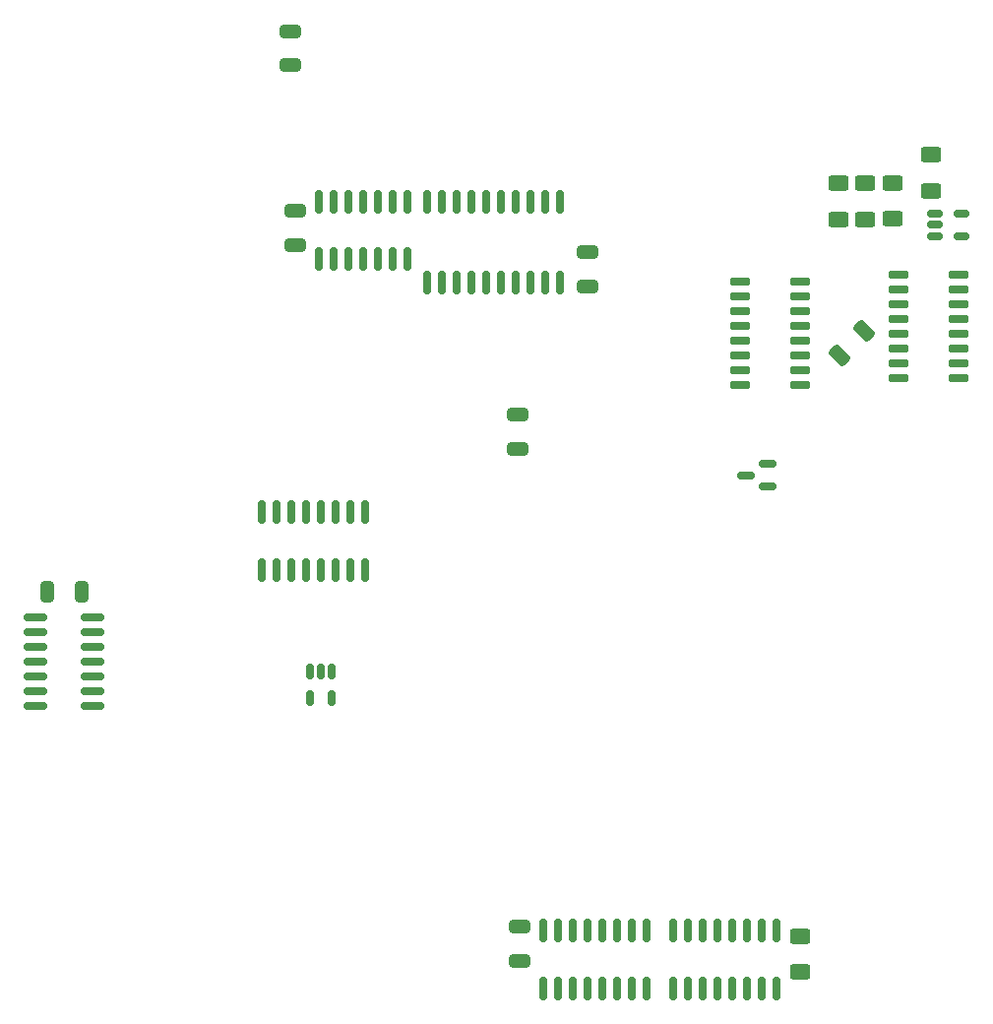
<source format=gbr>
%TF.GenerationSoftware,KiCad,Pcbnew,7.0.5-7.0.5~ubuntu20.04.1*%
%TF.CreationDate,2023-07-18T14:00:40+02:00*%
%TF.ProjectId,RAMROM_512k_board,52414d52-4f4d-45f3-9531-326b5f626f61,rev?*%
%TF.SameCoordinates,Original*%
%TF.FileFunction,Paste,Top*%
%TF.FilePolarity,Positive*%
%FSLAX46Y46*%
G04 Gerber Fmt 4.6, Leading zero omitted, Abs format (unit mm)*
G04 Created by KiCad (PCBNEW 7.0.5-7.0.5~ubuntu20.04.1) date 2023-07-18 14:00:40*
%MOMM*%
%LPD*%
G01*
G04 APERTURE LIST*
G04 Aperture macros list*
%AMRoundRect*
0 Rectangle with rounded corners*
0 $1 Rounding radius*
0 $2 $3 $4 $5 $6 $7 $8 $9 X,Y pos of 4 corners*
0 Add a 4 corners polygon primitive as box body*
4,1,4,$2,$3,$4,$5,$6,$7,$8,$9,$2,$3,0*
0 Add four circle primitives for the rounded corners*
1,1,$1+$1,$2,$3*
1,1,$1+$1,$4,$5*
1,1,$1+$1,$6,$7*
1,1,$1+$1,$8,$9*
0 Add four rect primitives between the rounded corners*
20,1,$1+$1,$2,$3,$4,$5,0*
20,1,$1+$1,$4,$5,$6,$7,0*
20,1,$1+$1,$6,$7,$8,$9,0*
20,1,$1+$1,$8,$9,$2,$3,0*%
G04 Aperture macros list end*
%ADD10RoundRect,0.150000X0.587500X0.150000X-0.587500X0.150000X-0.587500X-0.150000X0.587500X-0.150000X0*%
%ADD11RoundRect,0.250000X0.325000X0.650000X-0.325000X0.650000X-0.325000X-0.650000X0.325000X-0.650000X0*%
%ADD12RoundRect,0.250000X-0.650000X0.325000X-0.650000X-0.325000X0.650000X-0.325000X0.650000X0.325000X0*%
%ADD13RoundRect,0.250000X0.625000X-0.400000X0.625000X0.400000X-0.625000X0.400000X-0.625000X-0.400000X0*%
%ADD14RoundRect,0.150000X0.725000X0.150000X-0.725000X0.150000X-0.725000X-0.150000X0.725000X-0.150000X0*%
%ADD15RoundRect,0.150000X-0.150000X0.825000X-0.150000X-0.825000X0.150000X-0.825000X0.150000X0.825000X0*%
%ADD16RoundRect,0.150000X-0.512500X-0.150000X0.512500X-0.150000X0.512500X0.150000X-0.512500X0.150000X0*%
%ADD17RoundRect,0.150000X0.150000X-0.825000X0.150000X0.825000X-0.150000X0.825000X-0.150000X-0.825000X0*%
%ADD18RoundRect,0.150000X-0.150000X0.512500X-0.150000X-0.512500X0.150000X-0.512500X0.150000X0.512500X0*%
%ADD19RoundRect,0.250000X-0.229810X0.689429X-0.689429X0.229810X0.229810X-0.689429X0.689429X-0.229810X0*%
%ADD20RoundRect,0.250000X-0.625000X0.400000X-0.625000X-0.400000X0.625000X-0.400000X0.625000X0.400000X0*%
%ADD21RoundRect,0.150000X-0.825000X-0.150000X0.825000X-0.150000X0.825000X0.150000X-0.825000X0.150000X0*%
%ADD22RoundRect,0.150000X0.150000X-0.837500X0.150000X0.837500X-0.150000X0.837500X-0.150000X-0.837500X0*%
%ADD23RoundRect,0.150000X-0.725000X-0.150000X0.725000X-0.150000X0.725000X0.150000X-0.725000X0.150000X0*%
%ADD24RoundRect,0.250000X0.650000X-0.325000X0.650000X0.325000X-0.650000X0.325000X-0.650000X-0.325000X0*%
G04 APERTURE END LIST*
D10*
%TO.C,D2*%
X176705500Y-86675000D03*
X176705500Y-84775000D03*
X174830500Y-85725000D03*
%TD*%
D11*
%TO.C,C6*%
X117680000Y-95758000D03*
X114730000Y-95758000D03*
%TD*%
D12*
%TO.C,C10*%
X161213800Y-66544400D03*
X161213800Y-69494400D03*
%TD*%
D13*
%TO.C,R2*%
X179451000Y-128449000D03*
X179451000Y-125349000D03*
%TD*%
D14*
%TO.C,U6*%
X179482841Y-78005471D03*
X179482841Y-76735471D03*
X179482841Y-75465471D03*
X179482841Y-74195471D03*
X179482841Y-72925471D03*
X179482841Y-71655471D03*
X179482841Y-70385471D03*
X179482841Y-69115471D03*
X174332841Y-69115471D03*
X174332841Y-70385471D03*
X174332841Y-71655471D03*
X174332841Y-72925471D03*
X174332841Y-74195471D03*
X174332841Y-75465471D03*
X174332841Y-76735471D03*
X174332841Y-78005471D03*
%TD*%
D15*
%TO.C,U16*%
X177450000Y-124900400D03*
X176180000Y-124900400D03*
X174910000Y-124900400D03*
X173640000Y-124900400D03*
X172370000Y-124900400D03*
X171100000Y-124900400D03*
X169830000Y-124900400D03*
X168560000Y-124900400D03*
X168560000Y-129850400D03*
X169830000Y-129850400D03*
X171100000Y-129850400D03*
X172370000Y-129850400D03*
X173640000Y-129850400D03*
X174910000Y-129850400D03*
X176180000Y-129850400D03*
X177450000Y-129850400D03*
%TD*%
D16*
%TO.C,U8*%
X191125741Y-63261200D03*
X191125741Y-64211200D03*
X191125741Y-65161200D03*
X193400741Y-65161200D03*
X193400741Y-63261200D03*
%TD*%
D17*
%TO.C,U21*%
X138049000Y-67168800D03*
X139319000Y-67168800D03*
X140589000Y-67168800D03*
X141859000Y-67168800D03*
X143129000Y-67168800D03*
X144399000Y-67168800D03*
X145669000Y-67168800D03*
X145669000Y-62218800D03*
X144399000Y-62218800D03*
X143129000Y-62218800D03*
X141859000Y-62218800D03*
X140589000Y-62218800D03*
X139319000Y-62218800D03*
X138049000Y-62218800D03*
%TD*%
D12*
%TO.C,C4*%
X155168600Y-80492600D03*
X155168600Y-83442600D03*
%TD*%
D18*
%TO.C,U12*%
X139227600Y-102631800D03*
X138277600Y-102631800D03*
X137327600Y-102631800D03*
X137327600Y-104906800D03*
X139227600Y-104906800D03*
%TD*%
D15*
%TO.C,U17*%
X166299400Y-124900400D03*
X165029400Y-124900400D03*
X163759400Y-124900400D03*
X162489400Y-124900400D03*
X161219400Y-124900400D03*
X159949400Y-124900400D03*
X158679400Y-124900400D03*
X157409400Y-124900400D03*
X157409400Y-129850400D03*
X158679400Y-129850400D03*
X159949400Y-129850400D03*
X161219400Y-129850400D03*
X162489400Y-129850400D03*
X163759400Y-129850400D03*
X165029400Y-129850400D03*
X166299400Y-129850400D03*
%TD*%
D19*
%TO.C,C5*%
X184973441Y-73329800D03*
X182887475Y-75415766D03*
%TD*%
D20*
%TO.C,R8*%
X185115200Y-60628600D03*
X185115200Y-63728600D03*
%TD*%
%TO.C,R10*%
X190754000Y-58164800D03*
X190754000Y-61264800D03*
%TD*%
%TO.C,R7*%
X182829200Y-60629800D03*
X182829200Y-63729800D03*
%TD*%
D21*
%TO.C,U2*%
X113665000Y-97917000D03*
X113665000Y-99187000D03*
X113665000Y-100457000D03*
X113665000Y-101727000D03*
X113665000Y-102997000D03*
X113665000Y-104267000D03*
X113665000Y-105537000D03*
X118615000Y-105537000D03*
X118615000Y-104267000D03*
X118615000Y-102997000D03*
X118615000Y-101727000D03*
X118615000Y-100457000D03*
X118615000Y-99187000D03*
X118615000Y-97917000D03*
%TD*%
D20*
%TO.C,R9*%
X187426600Y-60603200D03*
X187426600Y-63703200D03*
%TD*%
D22*
%TO.C,U1*%
X147362000Y-69155000D03*
X148632000Y-69155000D03*
X149902000Y-69155000D03*
X151172000Y-69155000D03*
X152442000Y-69155000D03*
X153712000Y-69155000D03*
X154982000Y-69155000D03*
X156252000Y-69155000D03*
X157522000Y-69155000D03*
X158792000Y-69155000D03*
X158792000Y-62230000D03*
X157522000Y-62230000D03*
X156252000Y-62230000D03*
X154982000Y-62230000D03*
X153712000Y-62230000D03*
X152442000Y-62230000D03*
X151172000Y-62230000D03*
X149902000Y-62230000D03*
X148632000Y-62230000D03*
X147362000Y-62230000D03*
%TD*%
D23*
%TO.C,U7*%
X187947241Y-68531271D03*
X187947241Y-69801271D03*
X187947241Y-71071271D03*
X187947241Y-72341271D03*
X187947241Y-73611271D03*
X187947241Y-74881271D03*
X187947241Y-76151271D03*
X187947241Y-77421271D03*
X193097241Y-77421271D03*
X193097241Y-76151271D03*
X193097241Y-74881271D03*
X193097241Y-73611271D03*
X193097241Y-72341271D03*
X193097241Y-71071271D03*
X193097241Y-69801271D03*
X193097241Y-68531271D03*
%TD*%
D24*
%TO.C,C1*%
X135636000Y-50497000D03*
X135636000Y-47547000D03*
%TD*%
D17*
%TO.C,U9*%
X133159500Y-93867362D03*
X134429500Y-93867362D03*
X135699500Y-93867362D03*
X136969500Y-93867362D03*
X138239500Y-93867362D03*
X139509500Y-93867362D03*
X140779500Y-93867362D03*
X142049500Y-93867362D03*
X142049500Y-88917362D03*
X140779500Y-88917362D03*
X139509500Y-88917362D03*
X138239500Y-88917362D03*
X136969500Y-88917362D03*
X135699500Y-88917362D03*
X134429500Y-88917362D03*
X133159500Y-88917362D03*
%TD*%
D24*
%TO.C,C3*%
X155339481Y-127470811D03*
X155339481Y-124520811D03*
%TD*%
D12*
%TO.C,C8*%
X136042400Y-63015600D03*
X136042400Y-65965600D03*
%TD*%
M02*

</source>
